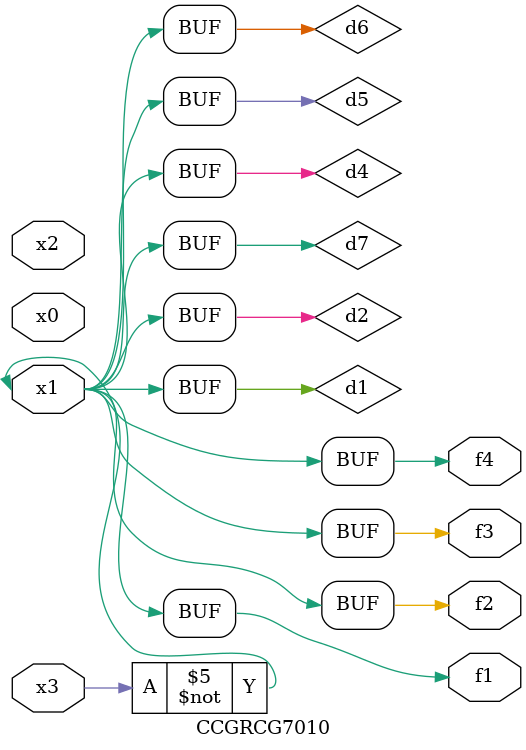
<source format=v>
module CCGRCG7010(
	input x0, x1, x2, x3,
	output f1, f2, f3, f4
);

	wire d1, d2, d3, d4, d5, d6, d7;

	not (d1, x3);
	buf (d2, x1);
	xnor (d3, d1, d2);
	nor (d4, d1);
	buf (d5, d1, d2);
	buf (d6, d4, d5);
	nand (d7, d4);
	assign f1 = d6;
	assign f2 = d7;
	assign f3 = d6;
	assign f4 = d6;
endmodule

</source>
